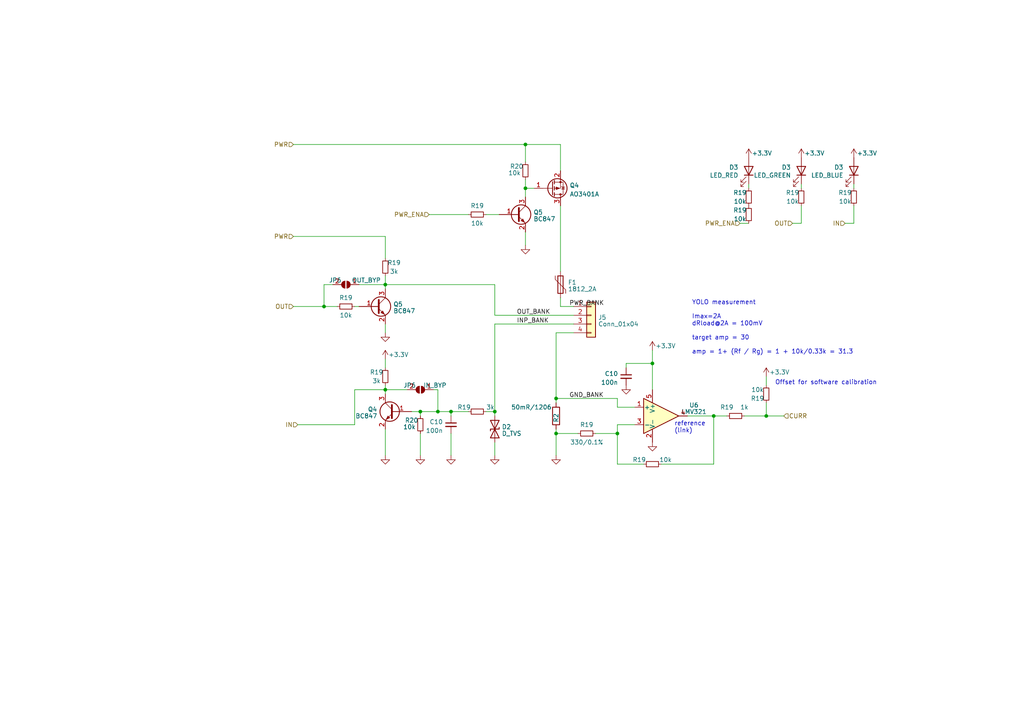
<source format=kicad_sch>
(kicad_sch (version 20230121) (generator eeschema)
  (paper "A4")
  (lib_symbols
    (symbol "Amplifier_Operational:LMV321" (pin_names (offset 0.127))
      (property "Reference" "U" (at 0 5.08 0))
      (property "Value" "LMV321" (at 0 -5.08 0))
      (symbol "LMV321_0_1"
        (polyline (pts (xy -5.08 5.08) (xy 5.08 0) (xy -5.08 -5.08) (xy -5.08 5.08)) (stroke (width 0.254)) (fill (type background)))
        (pin power_in line (at -2.54 -7.62 90) (length 3.81) (name "V-") (number "2"))
        (pin power_in line (at -2.54 7.62 270) (length 3.81) (name "V+") (number "5"))
      )
      (symbol "LMV321_1_1"
        (pin input line (at -7.62 2.54 0) (length 2.54) (name "+") (number "1"))
        (pin input line (at -7.62 -2.54 0) (length 2.54) (name "-") (number "3"))
        (pin output line (at 7.62 0 180) (length 2.54) (name "~") (number "4"))
      )
    )
    (symbol "Connector_Generic:Conn_01x04" (pin_names (offset 1.016) hide)
      (property "Reference" "J" (at 0 5.08 0))
      (property "Value" "Conn_01x04" (at 0 -7.62 0))
      (symbol "Conn_01x04_1_1"
        (rectangle (start -1.27 -4.953) (end 0 -5.207) (stroke (width 0.1524)))
        (rectangle (start -1.27 -2.413) (end 0 -2.667) (stroke (width 0.1524)))
        (rectangle (start -1.27 0.127) (end 0 -0.127) (stroke (width 0.1524)))
        (rectangle (start -1.27 2.667) (end 0 2.413) (stroke (width 0.1524)))
        (rectangle (start -1.27 3.81) (end 1.27 -6.35) (stroke (width 0.254)) (fill (type background)))
        (pin passive line (at -5.08 2.54 0) (length 3.81) (name "Pin_1") (number "1"))
        (pin passive line (at -5.08 0 0) (length 3.81) (name "Pin_2") (number "2"))
        (pin passive line (at -5.08 -2.54 0) (length 3.81) (name "Pin_3") (number "3"))
        (pin passive line (at -5.08 -5.08 0) (length 3.81) (name "Pin_4") (number "4"))
      )
    )
    (symbol "Device:C_Small" (pin_numbers hide) (pin_names (offset 0.254) hide)
      (property "Reference" "C" (at 0.254 1.778 0))
      (property "Value" "C_Small" (at 0.254 -2.032 0))
      (symbol "C_Small_0_1"
        (polyline (pts (xy -1.524 -0.508) (xy 1.524 -0.508)) (stroke (width 0.3302)))
        (polyline (pts (xy -1.524 0.508) (xy 1.524 0.508)) (stroke (width 0.3048)))
      )
      (symbol "C_Small_1_1"
        (pin passive line (at 0 2.54 270) (length 2.032) (name "~") (number "1"))
        (pin passive line (at 0 -2.54 90) (length 2.032) (name "~") (number "2"))
      )
    )
    (symbol "Device:D_TVS" (pin_numbers hide) (pin_names (offset 1.016) hide)
      (property "Reference" "D" (at 0 2.54 0))
      (property "Value" "D_TVS" (at 0 -2.54 0))
      (symbol "D_TVS_0_1"
        (polyline (pts (xy 1.27 0) (xy -1.27 0)))
        (polyline (pts (xy 0.508 1.27) (xy 0 1.27) (xy 0 -1.27) (xy -0.508 -1.27)) (stroke (width 0.254)))
        (polyline (pts (xy -2.54 1.27) (xy -2.54 -1.27) (xy 2.54 1.27) (xy 2.54 -1.27) (xy -2.54 1.27)) (stroke (width 0.254)))
      )
      (symbol "D_TVS_1_1"
        (pin passive line (at -3.81 0 0) (length 2.54) (name "A1") (number "1"))
        (pin passive line (at 3.81 0 180) (length 2.54) (name "A2") (number "2"))
      )
    )
    (symbol "Device:LED" (pin_numbers hide) (pin_names (offset 1.016) hide)
      (property "Reference" "D" (at 0 2.54 0))
      (property "Value" "LED" (at 0 -2.54 0))
      (symbol "LED_0_1"
        (polyline (pts (xy -1.27 -1.27) (xy -1.27 1.27)) (stroke (width 0.254)))
        (polyline (pts (xy -1.27 0) (xy 1.27 0)))
        (polyline (pts (xy 1.27 -1.27) (xy 1.27 1.27) (xy -1.27 0) (xy 1.27 -1.27)) (stroke (width 0.254)))
        (polyline (pts (xy -3.048 -0.762) (xy -4.572 -2.286) (xy -3.81 -2.286) (xy -4.572 -2.286) (xy -4.572 -1.524)))
        (polyline (pts (xy -1.778 -0.762) (xy -3.302 -2.286) (xy -2.54 -2.286) (xy -3.302 -2.286) (xy -3.302 -1.524)))
      )
      (symbol "LED_1_1"
        (pin passive line (at -3.81 0 0) (length 2.54) (name "K") (number "1"))
        (pin passive line (at 3.81 0 180) (length 2.54) (name "A") (number "2"))
      )
    )
    (symbol "Device:Polyfuse" (pin_numbers hide) (pin_names (offset 0))
      (property "Reference" "F" (at -2.54 0 90))
      (property "Value" "Polyfuse" (at 2.54 0 90))
      (symbol "Polyfuse_0_1"
        (rectangle (start -0.762 2.54) (end 0.762 -2.54) (stroke (width 0.254)))
        (polyline (pts (xy 0 2.54) (xy 0 -2.54)))
        (polyline (pts (xy -1.524 2.54) (xy -1.524 1.524) (xy 1.524 -1.524) (xy 1.524 -2.54)))
      )
      (symbol "Polyfuse_1_1"
        (pin passive line (at 0 3.81 270) (length 1.27) (name "~") (number "1"))
        (pin passive line (at 0 -3.81 90) (length 1.27) (name "~") (number "2"))
      )
    )
    (symbol "Device:R" (pin_numbers hide) (pin_names (offset 0))
      (property "Reference" "R" (at 2.032 0 90))
      (property "Value" "R" (at 0 0 90))
      (symbol "R_0_1"
        (rectangle (start -1.016 -2.54) (end 1.016 2.54) (stroke (width 0.254)))
      )
      (symbol "R_1_1"
        (pin passive line (at 0 3.81 270) (length 1.27) (name "~") (number "1"))
        (pin passive line (at 0 -3.81 90) (length 1.27) (name "~") (number "2"))
      )
    )
    (symbol "Device:R_Small" (pin_numbers hide) (pin_names (offset 0.254) hide)
      (property "Reference" "R" (at 0.762 0.508 0))
      (property "Value" "R_Small" (at 0.762 -1.016 0))
      (symbol "R_Small_0_1"
        (rectangle (start -0.762 1.778) (end 0.762 -1.778) (stroke (width 0.2032)))
      )
      (symbol "R_Small_1_1"
        (pin passive line (at 0 2.54 270) (length 0.762) (name "~") (number "1"))
        (pin passive line (at 0 -2.54 90) (length 0.762) (name "~") (number "2"))
      )
    )
    (symbol "Jumper:SolderJumper_2_Open" (pin_names (offset 0) hide)
      (property "Reference" "JP" (at 0 2.032 0))
      (property "Value" "SolderJumper_2_Open" (at 0 -2.54 0))
      (symbol "SolderJumper_2_Open_0_1"
        (arc (start -0.254 1.016) (mid -1.2656 0) (end -0.254 -1.016))
        (arc (start -0.254 1.016) (mid -1.2656 0) (end -0.254 -1.016) (fill (type outline)))
        (polyline (pts (xy -0.254 1.016) (xy -0.254 -1.016)))
        (polyline (pts (xy 0.254 1.016) (xy 0.254 -1.016)))
        (arc (start 0.254 -1.016) (mid 1.2656 0) (end 0.254 1.016))
        (arc (start 0.254 -1.016) (mid 1.2656 0) (end 0.254 1.016) (fill (type outline)))
      )
      (symbol "SolderJumper_2_Open_1_1"
        (pin passive line (at -3.81 0 0) (length 2.54) (name "A") (number "1"))
        (pin passive line (at 3.81 0 180) (length 2.54) (name "B") (number "2"))
      )
    )
    (symbol "Transistor_BJT:BC847" (pin_names (offset 0) hide)
      (property "Reference" "Q" (at 5.08 1.905 0))
      (property "Value" "BC847" (at 5.08 0 0))
      (symbol "BC847_0_1"
        (polyline (pts (xy 0.635 0.635) (xy 2.54 2.54)))
        (polyline (pts (xy 0.635 -0.635) (xy 2.54 -2.54) (xy 2.54 -2.54)))
        (polyline (pts (xy 0.635 1.905) (xy 0.635 -1.905) (xy 0.635 -1.905)) (stroke (width 0.508)))
        (polyline (pts (xy 1.27 -1.778) (xy 1.778 -1.27) (xy 2.286 -2.286) (xy 1.27 -1.778) (xy 1.27 -1.778)) (fill (type outline)))
        (circle (center 1.27 0) (radius 2.8194) (stroke (width 0.254)))
      )
      (symbol "BC847_1_1"
        (pin input line (at -5.08 0 0) (length 5.715) (name "B") (number "1"))
        (pin passive line (at 2.54 -5.08 90) (length 2.54) (name "E") (number "2"))
        (pin passive line (at 2.54 5.08 270) (length 2.54) (name "C") (number "3"))
      )
    )
    (symbol "Transistor_FET:AO3401A" (pin_names hide)
      (property "Reference" "Q" (at 5.08 1.905 0))
      (property "Value" "AO3401A" (at 5.08 0 0))
      (symbol "AO3401A_0_1"
        (polyline (pts (xy 0.254 0) (xy -2.54 0)))
        (polyline (pts (xy 0.254 1.905) (xy 0.254 -1.905)) (stroke (width 0.254)))
        (polyline (pts (xy 0.762 -1.27) (xy 0.762 -2.286)) (stroke (width 0.254)))
        (polyline (pts (xy 0.762 0.508) (xy 0.762 -0.508)) (stroke (width 0.254)))
        (polyline (pts (xy 0.762 2.286) (xy 0.762 1.27)) (stroke (width 0.254)))
        (polyline (pts (xy 2.54 2.54) (xy 2.54 1.778)))
        (polyline (pts (xy 2.54 -2.54) (xy 2.54 0) (xy 0.762 0)))
        (polyline (pts (xy 0.762 1.778) (xy 3.302 1.778) (xy 3.302 -1.778) (xy 0.762 -1.778)))
        (polyline (pts (xy 2.286 0) (xy 1.27 0.381) (xy 1.27 -0.381) (xy 2.286 0)) (fill (type outline)))
        (polyline (pts (xy 2.794 -0.508) (xy 2.921 -0.381) (xy 3.683 -0.381) (xy 3.81 -0.254)))
        (polyline (pts (xy 3.302 -0.381) (xy 2.921 0.254) (xy 3.683 0.254) (xy 3.302 -0.381)))
        (circle (center 1.651 0) (radius 2.794) (stroke (width 0.254)))
        (circle (center 2.54 -1.778) (radius 0.254) (fill (type outline)))
        (circle (center 2.54 1.778) (radius 0.254) (fill (type outline)))
      )
      (symbol "AO3401A_1_1"
        (pin input line (at -5.08 0 0) (length 2.54) (name "G") (number "1"))
        (pin passive line (at 2.54 -5.08 90) (length 2.54) (name "S") (number "2"))
        (pin passive line (at 2.54 5.08 270) (length 2.54) (name "D") (number "3"))
      )
    )
    (symbol "power:+3.3V" (power) (pin_names (offset 0))
      (property "Value" "+3.3V" (at 0 3.556 0))
      (symbol "+3.3V_0_1"
        (polyline (pts (xy -0.762 1.27) (xy 0 2.54)))
        (polyline (pts (xy 0 0) (xy 0 2.54)))
        (polyline (pts (xy 0 2.54) (xy 0.762 1.27)))
      )
      (symbol "+3.3V_1_1"
        (pin power_in line (at 0 0 90) (length 0) hide (name "+3.3V") (number "1"))
      )
    )
    (symbol "power:GND" (power) (pin_names (offset 0))
      (property "Value" "GND" (at 0 -3.81 0))
      (symbol "GND_0_1"
        (polyline (pts (xy 0 0) (xy 0 -1.27) (xy 1.27 -1.27) (xy 0 -2.54) (xy -1.27 -1.27) (xy 0 -1.27)))
      )
      (symbol "GND_1_1"
        (pin power_in line (at 0 0 270) (length 0) hide (name "GND") (number "1"))
      )
    )
  )
  (junction (at 222.25 120.65))
  (junction (at 130.81 119.38))
  (junction (at 111.76 113.03))
  (junction (at 121.92 119.38))
  (junction (at 152.4 54.61))
  (junction (at 189.23 105.41))
  (junction (at 179.07 125.73))
  (junction (at 207.01 120.65))
  (junction (at 93.98 88.9))
  (junction (at 127 119.38))
  (junction (at 143.51 119.38))
  (junction (at 161.29 125.73))
  (junction (at 152.4 41.91))
  (junction (at 161.29 115.57))
  (junction (at 111.76 82.55))
  (wire (pts (xy 111.76 93.98) (xy 111.76 96.52)))
  (wire (pts (xy 179.07 125.73) (xy 179.07 123.19)))
  (wire (pts (xy 172.72 125.73) (xy 179.07 125.73)))
  (wire (pts (xy 179.07 123.19) (xy 184.15 123.19)))
  (wire (pts (xy 247.65 59.69) (xy 247.65 64.77)))
  (wire (pts (xy 85.09 41.91) (xy 152.4 41.91)))
  (wire (pts (xy 161.29 125.73) (xy 161.29 124.46)))
  (wire (pts (xy 130.81 125.73) (xy 130.81 132.08)))
  (wire (pts (xy 86.36 123.19) (xy 102.87 123.19)))
  (wire (pts (xy 161.29 125.73) (xy 167.64 125.73)))
  (wire (pts (xy 111.76 80.01) (xy 111.76 82.55)))
  (wire (pts (xy 143.51 93.98) (xy 166.37 93.98)))
  (wire (pts (xy 130.81 120.65) (xy 130.81 119.38)))
  (wire (pts (xy 121.92 119.38) (xy 121.92 120.65)))
  (wire (pts (xy 217.17 53.34) (xy 217.17 54.61)))
  (wire (pts (xy 111.76 82.55) (xy 143.51 82.55)))
  (wire (pts (xy 111.76 124.46) (xy 111.76 132.08)))
  (wire (pts (xy 181.61 106.68) (xy 181.61 105.41)))
  (wire (pts (xy 140.97 119.38) (xy 143.51 119.38)))
  (wire (pts (xy 222.25 109.22) (xy 222.25 111.76)))
  (wire (pts (xy 93.98 88.9) (xy 97.79 88.9)))
  (wire (pts (xy 162.56 86.36) (xy 162.56 88.9)))
  (wire (pts (xy 143.51 128.27) (xy 143.51 132.08)))
  (wire (pts (xy 96.52 82.55) (xy 93.98 82.55)))
  (wire (pts (xy 222.25 116.84) (xy 222.25 120.65)))
  (wire (pts (xy 245.11 64.77) (xy 247.65 64.77)))
  (wire (pts (xy 130.81 119.38) (xy 135.89 119.38)))
  (wire (pts (xy 121.92 125.73) (xy 121.92 132.08)))
  (wire (pts (xy 232.41 59.69) (xy 232.41 64.77)))
  (wire (pts (xy 111.76 68.58) (xy 111.76 74.93)))
  (wire (pts (xy 124.46 62.23) (xy 135.89 62.23)))
  (wire (pts (xy 189.23 105.41) (xy 189.23 113.03)))
  (wire (pts (xy 111.76 113.03) (xy 111.76 114.3)))
  (wire (pts (xy 229.87 64.77) (xy 232.41 64.77)))
  (wire (pts (xy 222.25 120.65) (xy 227.33 120.65)))
  (wire (pts (xy 111.76 104.14) (xy 111.76 106.68)))
  (wire (pts (xy 152.4 54.61) (xy 154.94 54.61)))
  (wire (pts (xy 179.07 134.62) (xy 179.07 125.73)))
  (wire (pts (xy 191.77 134.62) (xy 207.01 134.62)))
  (wire (pts (xy 102.87 88.9) (xy 104.14 88.9)))
  (wire (pts (xy 161.29 125.73) (xy 161.29 132.08)))
  (wire (pts (xy 152.4 41.91) (xy 162.56 41.91)))
  (wire (pts (xy 85.09 88.9) (xy 93.98 88.9)))
  (wire (pts (xy 161.29 116.84) (xy 161.29 115.57)))
  (wire (pts (xy 162.56 41.91) (xy 162.56 49.53)))
  (wire (pts (xy 125.73 113.03) (xy 127 113.03)))
  (wire (pts (xy 181.61 105.41) (xy 189.23 105.41)))
  (wire (pts (xy 127 113.03) (xy 127 119.38)))
  (wire (pts (xy 152.4 67.31) (xy 152.4 71.12)))
  (wire (pts (xy 111.76 113.03) (xy 118.11 113.03)))
  (wire (pts (xy 152.4 54.61) (xy 152.4 52.07)))
  (wire (pts (xy 215.9 120.65) (xy 222.25 120.65)))
  (wire (pts (xy 102.87 113.03) (xy 102.87 123.19)))
  (wire (pts (xy 247.65 53.34) (xy 247.65 54.61)))
  (wire (pts (xy 179.07 118.11) (xy 179.07 115.57)))
  (wire (pts (xy 162.56 88.9) (xy 166.37 88.9)))
  (wire (pts (xy 111.76 82.55) (xy 111.76 83.82)))
  (wire (pts (xy 179.07 115.57) (xy 161.29 115.57)))
  (wire (pts (xy 143.51 93.98) (xy 143.51 119.38)))
  (wire (pts (xy 214.63 64.77) (xy 217.17 64.77)))
  (wire (pts (xy 184.15 118.11) (xy 179.07 118.11)))
  (wire (pts (xy 111.76 113.03) (xy 102.87 113.03)))
  (wire (pts (xy 104.14 82.55) (xy 111.76 82.55)))
  (wire (pts (xy 119.38 119.38) (xy 121.92 119.38)))
  (wire (pts (xy 162.56 59.69) (xy 162.56 78.74)))
  (wire (pts (xy 207.01 134.62) (xy 207.01 120.65)))
  (wire (pts (xy 161.29 96.52) (xy 166.37 96.52)))
  (wire (pts (xy 121.92 119.38) (xy 127 119.38)))
  (wire (pts (xy 199.39 120.65) (xy 207.01 120.65)))
  (wire (pts (xy 140.97 62.23) (xy 144.78 62.23)))
  (wire (pts (xy 85.09 68.58) (xy 111.76 68.58)))
  (wire (pts (xy 232.41 53.34) (xy 232.41 54.61)))
  (wire (pts (xy 161.29 115.57) (xy 161.29 96.52)))
  (wire (pts (xy 111.76 111.76) (xy 111.76 113.03)))
  (wire (pts (xy 93.98 82.55) (xy 93.98 88.9)))
  (wire (pts (xy 143.51 119.38) (xy 143.51 120.65)))
  (wire (pts (xy 143.51 91.44) (xy 166.37 91.44)))
  (wire (pts (xy 186.69 134.62) (xy 179.07 134.62)))
  (wire (pts (xy 152.4 54.61) (xy 152.4 57.15)))
  (wire (pts (xy 207.01 120.65) (xy 210.82 120.65)))
  (wire (pts (xy 127 119.38) (xy 130.81 119.38)))
  (wire (pts (xy 143.51 91.44) (xy 143.51 82.55)))
  (wire (pts (xy 189.23 101.6) (xy 189.23 105.41)))
  (wire (pts (xy 152.4 41.91) (xy 152.4 46.99)))
  (text "Offset for software calibration" (at 224.79 111.76 0) (effects (font (size 1.27 1.27)) (justify left bottom)))
  (text "reference \n(link)" (at 195.58 125.73 0) (effects (font (size 1.27 1.27)) (justify left bottom)))
  (text "YOLO measurement\n\nImax=2A\ndRload@2A = 100mV\n\ntarget amp = 30\n\namp = 1+ (Rf / Rg) = 1 + 10k/0.33k = 31.3\n" (at 200.66 102.87 0) (effects (font (size 1.27 1.27)) (justify left bottom)))
  (label "PWR_BANK" (at 165.1 88.9 0))
  (label "INP_BANK" (at 149.86 93.98 0))
  (label "GND_BANK" (at 165.1 115.57 0))
  (label "OUT_BANK" (at 149.86 91.44 0))
  (hierarchical_label "IN" (shape input) (at 86.36 123.19 180))
  (hierarchical_label "PWR_ENA" (shape input) (at 214.63 64.77 180))
  (hierarchical_label "PWR" (shape input) (at 85.09 68.58 180))
  (hierarchical_label "CURR" (shape input) (at 227.33 120.65 0))
  (hierarchical_label "IN" (shape input) (at 245.11 64.77 180))
  (hierarchical_label "PWR_ENA" (shape input) (at 124.46 62.23 180))
  (hierarchical_label "OUT" (shape input) (at 85.09 88.9 180))
  (hierarchical_label "OUT" (shape input) (at 229.87 64.77 180))
  (hierarchical_label "PWR" (shape input) (at 85.09 41.91 180))
  (symbol (lib_id "Transistor_BJT:BC847") (at 149.86 62.23 0) (unit 1)
    (property "Reference" "Q5" (at 154.7113 61.5863 0) (effects (justify left)))
    (property "Value" "BC847" (at 154.7113 63.5073 0) (effects (justify left)))
    (property "Footprint" "Package_TO_SOT_SMD:SOT-23" (effects hide))
    (property "Datasheet" "http://www.infineon.com/dgdl/Infineon-BC847SERIES_BC848SERIES_BC849SERIES_BC850SERIES-DS-v01_01-en.pdf?fileId=db3a304314dca389011541d4630a1657" (effects hide))
    (instances (project "outduino" (path "" (reference "Q5") (unit 1)) (path "" (reference "Q15") (unit 1)) (path "" (reference "Q16") (unit 1)) (path "" (reference "Q17") (unit 1)) (path "" (reference "Q18") (unit 1))))
  )
  (symbol (lib_id "Jumper:SolderJumper_2_Open") (at 121.92 113.03 0) (mirror y) (unit 1)
    (property "Reference" "JP6" (at 120.65 111.76 0) (effects (justify left)))
    (property "Value" "IN_BYP" (at 129.54 111.76 0) (effects (justify left)))
    (property "Footprint" "Jumper:SolderJumper-2_P1.3mm_Open_TrianglePad1.0x1.5mm" (effects hide))
    (property "LCSC" "DNP" (effects hide))
    (instances (project "MOSNode" (path "" (reference "JP6") (unit 1))) (project "outduino" (path "" (reference "JP11") (unit 1)) (path "" (reference "JP12") (unit 1)) (path "" (reference "JP13") (unit 1)) (path "" (reference "JP14") (unit 1))))
  )
  (symbol (lib_id "Device:R_Small") (at 111.76 109.22 0) (mirror x) (unit 1)
    (property "Reference" "R19" (at 109.22 107.95 0))
    (property "Value" "3k" (at 109.22 110.49 0))
    (property "Footprint" "Resistor_SMD:R_0402_1005Metric" (effects hide))
    (instances (project "cringenode" (path "" (reference "R19") (unit 1))) (project "outduino" (path "" (reference "R15") (unit 1)) (path "" (reference "R16") (unit 1)) (path "" (reference "R35") (unit 1)) (path "" (reference "R47") (unit 1)) (path "" (reference "R59") (unit 1))))
  )
  (symbol (lib_id "power:GND") (at 111.76 132.08 0) (mirror y) (unit 1)
    (property "Reference" "#PWR050" (effects hide))
    (property "Value" "GND" (effects hide))
    (instances (project "cringenode" (path "" (reference "#PWR050") (unit 1))) (project "outduino" (path "" (reference "#PWR028") (unit 1)) (path "" (reference "#PWR032") (unit 1)) (path "" (reference "#PWR051") (unit 1)) (path "" (reference "#PWR070") (unit 1)) (path "" (reference "#PWR084") (unit 1))))
  )
  (symbol (lib_id "power:GND") (at 130.81 132.08 0) (mirror y) (unit 1)
    (property "Reference" "#PWR049" (effects hide))
    (property "Value" "GND" (effects hide))
    (instances (project "cringenode" (path "" (reference "#PWR049") (unit 1))) (project "outduino" (path "" (reference "#PWR030") (unit 1)) (path "" (reference "#PWR034") (unit 1)) (path "" (reference "#PWR054") (unit 1)) (path "" (reference "#PWR073") (unit 1)) (path "" (reference "#PWR086") (unit 1))))
  )
  (symbol (lib_id "Device:R_Small") (at 138.43 119.38 270) (mirror x) (unit 1)
    (property "Reference" "R19" (at 134.62 118.11 90))
    (property "Value" "3k" (at 142.24 118.11 90))
    (property "Footprint" "Resistor_SMD:R_0402_1005Metric" (effects hide))
    (instances (project "cringenode" (path "" (reference "R19") (unit 1))) (project "outduino" (path "" (reference "R17") (unit 1)) (path "" (reference "R18") (unit 1)) (path "" (reference "R38") (unit 1)) (path "" (reference "R50") (unit 1)) (path "" (reference "R62") (unit 1))))
  )
  (symbol (lib_id "Device:R_Small") (at 247.65 57.15 0) (mirror x) (unit 1)
    (property "Reference" "R19" (at 245.11 55.88 0))
    (property "Value" "10k" (at 245.11 58.42 0))
    (property "Footprint" "Resistor_SMD:R_0402_1005Metric" (effects hide))
    (instances (project "cringenode" (path "" (reference "R19") (unit 1))) (project "outduino" (path "" (reference "R18") (unit 1)) (path "" (reference "R23") (unit 1)) (path "" (reference "R27") (unit 1)) (path "" (reference "R42") (unit 1)) (path "" (reference "R54") (unit 1))))
  )
  (symbol (lib_id "Transistor_BJT:BC847") (at 109.22 88.9 0) (unit 1)
    (property "Reference" "Q5" (at 114.0713 88.2563 0) (effects (justify left)))
    (property "Value" "BC847" (at 114.0713 90.1773 0) (effects (justify left)))
    (property "Footprint" "Package_TO_SOT_SMD:SOT-23" (effects hide))
    (property "Datasheet" "http://www.infineon.com/dgdl/Infineon-BC847SERIES_BC848SERIES_BC849SERIES_BC850SERIES-DS-v01_01-en.pdf?fileId=db3a304314dca389011541d4630a1657" (effects hide))
    (instances (project "outduino" (path "" (reference "Q5") (unit 1)) (path "" (reference "Q4") (unit 1)) (path "" (reference "Q7") (unit 1)) (path "" (reference "Q10") (unit 1)) (path "" (reference "Q13") (unit 1))))
  )
  (symbol (lib_id "Device:R_Small") (at 217.17 57.15 0) (mirror x) (unit 1)
    (property "Reference" "R19" (at 214.63 55.88 0))
    (property "Value" "10k" (at 214.63 58.42 0))
    (property "Footprint" "Resistor_SMD:R_0402_1005Metric" (effects hide))
    (instances (project "cringenode" (path "" (reference "R19") (unit 1))) (project "outduino" (path "" (reference "R18") (unit 1)) (path "" (reference "R21") (unit 1)) (path "" (reference "R1") (unit 1)) (path "" (reference "R40") (unit 1)) (path "" (reference "R52") (unit 1))))
  )
  (symbol (lib_id "Device:R_Small") (at 138.43 62.23 270) (unit 1)
    (property "Reference" "R19" (at 138.43 59.69 90))
    (property "Value" "10k" (at 138.43 64.77 90))
    (property "Footprint" "Resistor_SMD:R_0402_1005Metric" (effects hide))
    (instances (project "cringenode" (path "" (reference "R19") (unit 1))) (project "outduino" (path "" (reference "R17") (unit 1)) (path "" (reference "R72") (unit 1)) (path "" (reference "R73") (unit 1)) (path "" (reference "R74") (unit 1)) (path "" (reference "R75") (unit 1))))
  )
  (symbol (lib_id "Transistor_FET:AO3401A") (at 160.02 54.61 0) (mirror x) (unit 1)
    (property "Reference" "Q4" (at 165.227 53.7753 0) (effects (justify left)))
    (property "Value" "AO3401A" (at 165.227 56.3122 0) (effects (justify left)))
    (property "Footprint" "Package_TO_SOT_SMD:SOT-23" (effects hide))
    (property "Datasheet" "http://www.aosmd.com/pdfs/datasheet/AO3401A.pdf" (effects hide))
    (instances (project "CyberBadge" (path "" (reference "Q4") (unit 1))) (project "outduino" (path "" (reference "Q3") (unit 1)) (path "" (reference "Q3") (unit 1)) (path "" (reference "Q6") (unit 1)) (path "" (reference "Q9") (unit 1)) (path "" (reference "Q12") (unit 1))))
  )
  (symbol (lib_id "Device:R_Small") (at 217.17 62.23 0) (mirror x) (unit 1)
    (property "Reference" "R19" (at 214.63 60.96 0))
    (property "Value" "10k" (at 214.63 63.5 0))
    (property "Footprint" "Resistor_SMD:R_0402_1005Metric" (effects hide))
    (instances (project "cringenode" (path "" (reference "R19") (unit 1))) (project "outduino" (path "" (reference "R18") (unit 1)) (path "" (reference "R24") (unit 1)) (path "" (reference "R28") (unit 1)) (path "" (reference "R43") (unit 1)) (path "" (reference "R55") (unit 1))))
  )
  (symbol (lib_id "Device:R_Small") (at 121.92 123.19 180) (unit 1)
    (property "Reference" "R20" (at 119.38 121.92 0))
    (property "Value" "10k" (at 118.745 123.825 0))
    (property "Footprint" "Resistor_SMD:R_0402_1005Metric" (effects hide))
    (property "LCSC" "C25117" (effects hide))
    (instances (project "cringenode" (path "" (reference "R20") (unit 1))) (project "outduino" (path "" (reference "R16") (unit 1)) (path "" (reference "R19") (unit 1)) (path "" (reference "R39") (unit 1)) (path "" (reference "R51") (unit 1)) (path "" (reference "R63") (unit 1))))
  )
  (symbol (lib_id "power:GND") (at 121.92 132.08 0) (mirror y) (unit 1)
    (property "Reference" "#PWR050" (effects hide))
    (property "Value" "GND" (effects hide))
    (instances (project "cringenode" (path "" (reference "#PWR050") (unit 1))) (project "outduino" (path "" (reference "#PWR029") (unit 1)) (path "" (reference "#PWR033") (unit 1)) (path "" (reference "#PWR053") (unit 1)) (path "" (reference "#PWR072") (unit 1)) (path "" (reference "#PWR085") (unit 1))))
  )
  (symbol (lib_id "Device:R_Small") (at 213.36 120.65 270) (mirror x) (unit 1)
    (property "Reference" "R19" (at 210.82 118.11 90))
    (property "Value" "1k" (at 215.9 118.11 90))
    (property "Footprint" "Resistor_SMD:R_0402_1005Metric" (effects hide))
    (instances (project "cringenode" (path "" (reference "R19") (unit 1))) (project "outduino" (path "" (reference "R18") (unit 1)) (path "" (reference "R64") (unit 1)) (path "" (reference "R65") (unit 1)) (path "" (reference "R66") (unit 1)) (path "" (reference "R67") (unit 1))))
  )
  (symbol (lib_id "Device:D_TVS") (at 143.51 124.46 270) (mirror x) (unit 1)
    (property "Reference" "D2" (at 145.542 123.8163 90) (effects (justify left)))
    (property "Value" "D_TVS" (at 145.542 125.7373 90) (effects (justify left)))
    (property "Footprint" "Diode_SMD:D_SMA" (effects hide))
    (instances (project "outduino" (path "" (reference "D2") (unit 1)) (path "" (reference "D3") (unit 1)) (path "" (reference "D11") (unit 1)) (path "" (reference "D16") (unit 1)) (path "" (reference "D21") (unit 1))))
  )
  (symbol (lib_id "power:+3.3V") (at 222.25 109.22 0) (unit 1)
    (property "Reference" "#PWR046" (effects hide))
    (property "Value" "+3.3V" (at 226.06 107.95 0))
    (instances (project "cringenode" (path "" (reference "#PWR046") (unit 1))) (project "outduino" (path "" (reference "#PWR033") (unit 1)) (path "" (reference "#PWR097") (unit 1)) (path "" (reference "#PWR098") (unit 1)) (path "" (reference "#PWR099") (unit 1)) (path "" (reference "#PWR0100") (unit 1))))
  )
  (symbol (lib_id "Device:LED") (at 232.41 49.53 270) (mirror x) (unit 1)
    (property "Reference" "D3" (at 229.4128 48.5394 90) (effects (justify right)))
    (property "Value" "LED_GREEN" (at 229.4128 50.8508 90) (effects (justify right)))
    (property "Footprint" "LED_SMD:LED_0603_1608Metric" (effects hide))
    (instances (project "outduino" (path "" (reference "D3") (unit 1)) (path "" (reference "D5") (unit 1)) (path "" (reference "D8") (unit 1)) (path "" (reference "D13") (unit 1)) (path "" (reference "D18") (unit 1))) (project "antController" (path "" (reference "D1") (unit 1))))
  )
  (symbol (lib_id "Device:R_Small") (at 111.76 77.47 180) (unit 1)
    (property "Reference" "R19" (at 114.3 76.2 0))
    (property "Value" "3k" (at 114.3 78.74 0))
    (property "Footprint" "Resistor_SMD:R_0402_1005Metric" (effects hide))
    (instances (project "cringenode" (path "" (reference "R19") (unit 1))) (project "outduino" (path "" (reference "R19") (unit 1)) (path "" (reference "R15") (unit 1)) (path "" (reference "R32") (unit 1)) (path "" (reference "R44") (unit 1)) (path "" (reference "R56") (unit 1))))
  )
  (symbol (lib_id "power:GND") (at 189.23 128.27 0) (mirror y) (unit 1)
    (property "Reference" "#PWR050" (effects hide))
    (property "Value" "GND" (effects hide))
    (instances (project "cringenode" (path "" (reference "#PWR050") (unit 1))) (project "outduino" (path "" (reference "#PWR026") (unit 1)) (path "" (reference "#PWR089") (unit 1)) (path "" (reference "#PWR090") (unit 1)) (path "" (reference "#PWR091") (unit 1)) (path "" (reference "#PWR092") (unit 1))))
  )
  (symbol (lib_id "Device:C_Small") (at 130.81 123.19 0) (mirror y) (unit 1)
    (property "Reference" "C10" (at 128.4859 122.3616 0) (effects (justify left)))
    (property "Value" "100n" (at 128.4859 124.8985 0) (effects (justify left)))
    (property "Footprint" "Capacitor_SMD:C_0402_1005Metric" (effects hide))
    (instances (project "cringenode" (path "" (reference "C10") (unit 1))) (project "outduino" (path "" (reference "C5") (unit 1)) (path "" (reference "C5") (unit 1)) (path "" (reference "C6") (unit 1)) (path "" (reference "C7") (unit 1)) (path "" (reference "C9") (unit 1))))
  )
  (symbol (lib_id "power:+3.3V") (at 247.65 45.72 0) (unit 1)
    (property "Reference" "#PWR046" (effects hide))
    (property "Value" "+3.3V" (at 251.46 44.45 0))
    (instances (project "cringenode" (path "" (reference "#PWR046") (unit 1))) (project "outduino" (path "" (reference "#PWR033") (unit 1)) (path "" (reference "#PWR045") (unit 1)) (path "" (reference "#PWR041") (unit 1)) (path "" (reference "#PWR065") (unit 1)) (path "" (reference "#PWR080") (unit 1))))
  )
  (symbol (lib_id "power:GND") (at 181.61 111.76 0) (mirror y) (unit 1)
    (property "Reference" "#PWR049" (effects hide))
    (property "Value" "GND" (effects hide))
    (instances (project "cringenode" (path "" (reference "#PWR049") (unit 1))) (project "outduino" (path "" (reference "#PWR031") (unit 1)) (path "" (reference "#PWR093") (unit 1)) (path "" (reference "#PWR094") (unit 1)) (path "" (reference "#PWR095") (unit 1)) (path "" (reference "#PWR096") (unit 1))))
  )
  (symbol (lib_id "Device:R") (at 161.29 120.65 0) (mirror y) (unit 1)
    (property "Reference" "R2" (at 161.29 122.555 90) (effects (justify left)))
    (property "Value" "50mR/1206" (at 160.02 118.11 0) (effects (justify left)))
    (property "Footprint" "Resistor_SMD:R_1206_3216Metric_Pad1.30x1.75mm_HandSolder" (effects hide))
    (property "LCSC" "C601102" (effects hide))
    (instances (project "MOSNode" (path "" (reference "R2") (unit 1))) (project "outduino" (path "" (reference "R6") (unit 1)) (path "" (reference "R17") (unit 1)) (path "" (reference "R20") (unit 1)) (path "" (reference "R34") (unit 1))))
  )
  (symbol (lib_id "Device:C_Small") (at 181.61 109.22 0) (mirror y) (unit 1)
    (property "Reference" "C10" (at 179.2859 108.3916 0) (effects (justify left)))
    (property "Value" "100n" (at 179.2859 110.9285 0) (effects (justify left)))
    (property "Footprint" "Capacitor_SMD:C_0402_1005Metric" (effects hide))
    (instances (project "cringenode" (path "" (reference "C10") (unit 1))) (project "outduino" (path "" (reference "C5") (unit 1)) (path "" (reference "C10") (unit 1)) (path "" (reference "C13") (unit 1)) (path "" (reference "C14") (unit 1)) (path "" (reference "C15") (unit 1))))
  )
  (symbol (lib_id "Device:R_Small") (at 189.23 134.62 270) (mirror x) (unit 1)
    (property "Reference" "R19" (at 185.42 133.35 90))
    (property "Value" "10k" (at 193.04 133.35 90))
    (property "Footprint" "Resistor_SMD:R_0402_1005Metric" (effects hide))
    (instances (project "cringenode" (path "" (reference "R19") (unit 1))) (project "outduino" (path "" (reference "R17") (unit 1)) (path "" (reference "R49") (unit 1)) (path "" (reference "R58") (unit 1)) (path "" (reference "R60") (unit 1)) (path "" (reference "R61") (unit 1))))
  )
  (symbol (lib_id "Device:R_Small") (at 232.41 57.15 0) (mirror x) (unit 1)
    (property "Reference" "R19" (at 229.87 55.88 0))
    (property "Value" "10k" (at 229.87 58.42 0))
    (property "Footprint" "Resistor_SMD:R_0402_1005Metric" (effects hide))
    (instances (project "cringenode" (path "" (reference "R19") (unit 1))) (project "outduino" (path "" (reference "R18") (unit 1)) (path "" (reference "R22") (unit 1)) (path "" (reference "R26") (unit 1)) (path "" (reference "R41") (unit 1)) (path "" (reference "R53") (unit 1))))
  )
  (symbol (lib_id "Device:R_Small") (at 170.18 125.73 270) (mirror x) (unit 1)
    (property "Reference" "R19" (at 170.18 123.19 90))
    (property "Value" "330/0.1%" (at 170.18 128.27 90))
    (property "Footprint" "Resistor_SMD:R_0402_1005Metric" (effects hide))
    (instances (project "cringenode" (path "" (reference "R19") (unit 1))) (project "outduino" (path "" (reference "R17") (unit 1)) (path "" (reference "R36") (unit 1)) (path "" (reference "R37") (unit 1)) (path "" (reference "R46") (unit 1)) (path "" (reference "R48") (unit 1))))
  )
  (symbol (lib_id "Device:R_Small") (at 222.25 114.3 0) (mirror y) (unit 1)
    (property "Reference" "R19" (at 219.71 115.57 0))
    (property "Value" "10k" (at 219.71 113.03 0))
    (property "Footprint" "Resistor_SMD:R_0402_1005Metric" (effects hide))
    (instances (project "cringenode" (path "" (reference "R19") (unit 1))) (project "outduino" (path "" (reference "R18") (unit 1)) (path "" (reference "R68") (unit 1)) (path "" (reference "R69") (unit 1)) (path "" (reference "R70") (unit 1)) (path "" (reference "R71") (unit 1))))
  )
  (symbol (lib_id "Jumper:SolderJumper_2_Open") (at 100.33 82.55 0) (mirror y) (unit 1)
    (property "Reference" "JP6" (at 99.06 81.28 0) (effects (justify left)))
    (property "Value" "OUT_BYP" (at 110.49 81.28 0) (effects (justify left)))
    (property "Footprint" "Jumper:SolderJumper-2_P1.3mm_Open_TrianglePad1.0x1.5mm" (effects hide))
    (property "LCSC" "DNP" (effects hide))
    (instances (project "MOSNode" (path "" (reference "JP6") (unit 1))) (project "outduino" (path "" (reference "JP7") (unit 1)) (path "" (reference "JP8") (unit 1)) (path "" (reference "JP9") (unit 1)) (path "" (reference "JP10") (unit 1))))
  )
  (symbol (lib_id "Device:R_Small") (at 100.33 88.9 270) (unit 1)
    (property "Reference" "R19" (at 100.33 86.36 90))
    (property "Value" "10k" (at 100.33 91.44 90))
    (property "Footprint" "Resistor_SMD:R_0402_1005Metric" (effects hide))
    (instances (project "cringenode" (path "" (reference "R19") (unit 1))) (project "outduino" (path "" (reference "R17") (unit 1)) (path "" (reference "R9") (unit 1)) (path "" (reference "R10") (unit 1)) (path "" (reference "R11") (unit 1)) (path "" (reference "R12") (unit 1))))
  )
  (symbol (lib_id "power:+3.3V") (at 217.17 45.72 0) (unit 1)
    (property "Reference" "#PWR046" (effects hide))
    (property "Value" "+3.3V" (at 220.98 44.45 0))
    (instances (project "cringenode" (path "" (reference "#PWR046") (unit 1))) (project "outduino" (path "" (reference "#PWR033") (unit 1)) (path "" (reference "#PWR043") (unit 1)) (path "" (reference "#PWR039") (unit 1)) (path "" (reference "#PWR063") (unit 1)) (path "" (reference "#PWR078") (unit 1))))
  )
  (symbol (lib_id "Device:Polyfuse") (at 162.56 82.55 0) (unit 1)
    (property "Reference" "F1" (at 164.719 81.9063 0) (effects (justify left)))
    (property "Value" "1812_2A" (at 164.719 83.8273 0) (effects (justify left)))
    (property "Footprint" "Fuse:Fuse_1812_4532Metric" (effects hide))
    (instances (project "outduino" (path "" (reference "F1") (unit 1)) (path "" (reference "F2") (unit 1)) (path "" (reference "F3") (unit 1)) (path "" (reference "F4") (unit 1))))
  )
  (symbol (lib_id "power:+3.3V") (at 232.41 45.72 0) (unit 1)
    (property "Reference" "#PWR046" (effects hide))
    (property "Value" "+3.3V" (at 236.22 44.45 0))
    (instances (project "cringenode" (path "" (reference "#PWR046") (unit 1))) (project "outduino" (path "" (reference "#PWR033") (unit 1)) (path "" (reference "#PWR044") (unit 1)) (path "" (reference "#PWR040") (unit 1)) (path "" (reference "#PWR064") (unit 1)) (path "" (reference "#PWR079") (unit 1))))
  )
  (symbol (lib_id "Transistor_BJT:BC847") (at 114.3 119.38 0) (mirror y) (unit 1)
    (property "Reference" "Q4" (at 109.4487 118.7363 0) (effects (justify left)))
    (property "Value" "BC847" (at 109.4487 120.6573 0) (effects (justify left)))
    (property "Footprint" "Package_TO_SOT_SMD:SOT-23" (effects hide))
    (property "Datasheet" "http://www.infineon.com/dgdl/Infineon-BC847SERIES_BC848SERIES_BC849SERIES_BC850SERIES-DS-v01_01-en.pdf?fileId=db3a304314dca389011541d4630a1657" (effects hide))
    (instances (project "outduino" (path "" (reference "Q4") (unit 1)) (path "" (reference "Q5") (unit 1)) (path "" (reference "Q8") (unit 1)) (path "" (reference "Q11") (unit 1)) (path "" (reference "Q14") (unit 1))))
  )
  (symbol (lib_id "power:GND") (at 143.51 132.08 0) (mirror y) (unit 1)
    (property "Reference" "#PWR049" (effects hide))
    (property "Value" "GND" (effects hide))
    (instances (project "cringenode" (path "" (reference "#PWR049") (unit 1))) (project "outduino" (path "" (reference "#PWR031") (unit 1)) (path "" (reference "#PWR035") (unit 1)) (path "" (reference "#PWR055") (unit 1)) (path "" (reference "#PWR074") (unit 1)) (path "" (reference "#PWR087") (unit 1))))
  )
  (symbol (lib_id "power:GND") (at 152.4 71.12 0) (mirror y) (unit 1)
    (property "Reference" "#PWR049" (effects hide))
    (property "Value" "GND" (effects hide))
    (instances (project "cringenode" (path "" (reference "#PWR049") (unit 1))) (project "outduino" (path "" (reference "#PWR031") (unit 1)) (path "" (reference "#PWR016") (unit 1)) (path "" (reference "#PWR0107") (unit 1)) (path "" (reference "#PWR0108") (unit 1)) (path "" (reference "#PWR0109") (unit 1))))
  )
  (symbol (lib_id "power:+3.3V") (at 189.23 101.6 0) (unit 1)
    (property "Reference" "#PWR046" (effects hide))
    (property "Value" "+3.3V" (at 193.04 100.33 0))
    (instances (project "cringenode" (path "" (reference "#PWR046") (unit 1))) (project "outduino" (path "" (reference "#PWR033") (unit 1)) (path "" (reference "#PWR029") (unit 1)) (path "" (reference "#PWR047") (unit 1)) (path "" (reference "#PWR067") (unit 1)) (path "" (reference "#PWR082") (unit 1))))
  )
  (symbol (lib_id "power:GND") (at 161.29 132.08 0) (mirror y) (unit 1)
    (property "Reference" "#PWR050" (effects hide))
    (property "Value" "GND" (effects hide))
    (instances (project "cringenode" (path "" (reference "#PWR050") (unit 1))) (project "outduino" (path "" (reference "#PWR026") (unit 1)) (path "" (reference "#PWR031") (unit 1)) (path "" (reference "#PWR058") (unit 1)) (path "" (reference "#PWR075") (unit 1)) (path "" (reference "#PWR088") (unit 1))))
  )
  (symbol (lib_id "Amplifier_Operational:LMV321") (at 191.77 120.65 0) (unit 1)
    (property "Reference" "U6" (at 201.2818 117.5131 0))
    (property "Value" "LMV321" (at 201.2818 119.4341 0))
    (property "Footprint" "Package_TO_SOT_SMD:SOT-23-5" (effects hide))
    (property "Datasheet" "http://www.ti.com/lit/ds/symlink/lmv324.pdf" (effects hide))
    (instances (project "outduino" (path "" (reference "U6") (unit 1)) (path "" (reference "U4") (unit 1)) (path "" (reference "U5") (unit 1)) (path "" (reference "U7") (unit 1))))
  )
  (symbol (lib_id "Device:LED") (at 247.65 49.53 270) (mirror x) (unit 1)
    (property "Reference" "D3" (at 244.6528 48.5394 90) (effects (justify right)))
    (property "Value" "LED_BLUE" (at 244.6528 50.8508 90) (effects (justify right)))
    (property "Footprint" "LED_SMD:LED_0603_1608Metric" (effects hide))
    (instances (project "outduino" (path "" (reference "D3") (unit 1)) (path "" (reference "D6") (unit 1)) (path "" (reference "D9") (unit 1)) (path "" (reference "D14") (unit 1)) (path "" (reference "D19") (unit 1))) (project "antController" (path "" (reference "D1") (unit 1))))
  )
  (symbol (lib_id "power:GND") (at 111.76 96.52 0) (unit 1)
    (property "Reference" "#PWR050" (effects hide))
    (property "Value" "GND" (effects hide))
    (instances (project "cringenode" (path "" (reference "#PWR050") (unit 1))) (project "outduino" (path "" (reference "#PWR035") (unit 1)) (path "" (reference "#PWR028") (unit 1)) (path "" (reference "#PWR042") (unit 1)) (path "" (reference "#PWR066") (unit 1)) (path "" (reference "#PWR081") (unit 1))))
  )
  (symbol (lib_id "Connector_Generic:Conn_01x04") (at 171.45 91.44 0) (unit 1)
    (property "Reference" "J5" (at 173.482 92.0663 0) (effects (justify left)))
    (property "Value" "Conn_01x04" (at 173.482 93.9873 0) (effects (justify left)))
    (property "Footprint" "TerminalBlock:TerminalBlock_bornier-4_P5.08mm" (effects hide))
    (instances (project "outduino" (path "" (reference "J5") (unit 1)) (path "" (reference "J5") (unit 1)) (path "" (reference "J7") (unit 1)) (path "" (reference "J8") (unit 1)) (path "" (reference "J9") (unit 1))))
  )
  (symbol (lib_id "power:+3.3V") (at 111.76 104.14 0) (unit 1)
    (property "Reference" "#PWR046" (effects hide))
    (property "Value" "+3.3V" (at 115.57 102.87 0))
    (instances (project "cringenode" (path "" (reference "#PWR046") (unit 1))) (project "outduino" (path "" (reference "#PWR032") (unit 1)) (path "" (reference "#PWR030") (unit 1)) (path "" (reference "#PWR050") (unit 1)) (path "" (reference "#PWR068") (unit 1)) (path "" (reference "#PWR083") (unit 1))))
  )
  (symbol (lib_id "Device:R_Small") (at 152.4 49.53 180) (unit 1)
    (property "Reference" "R20" (at 149.86 48.26 0))
    (property "Value" "10k" (at 149.225 50.165 0))
    (property "Footprint" "Resistor_SMD:R_0402_1005Metric" (effects hide))
    (property "LCSC" "C25117" (effects hide))
    (instances (project "cringenode" (path "" (reference "R20") (unit 1))) (project "outduino" (path "" (reference "R14") (unit 1)) (path "" (reference "R14") (unit 1)) (path "" (reference "R33") (unit 1)) (path "" (reference "R45") (unit 1)) (path "" (reference "R57") (unit 1))))
  )
  (symbol (lib_id "Device:LED") (at 217.17 49.53 270) (mirror x) (unit 1)
    (property "Reference" "D3" (at 214.1728 48.5394 90) (effects (justify right)))
    (property "Value" "LED_RED" (at 214.1728 50.8508 90) (effects (justify right)))
    (property "Footprint" "LED_SMD:LED_0603_1608Metric" (effects hide))
    (instances (project "outduino" (path "" (reference "D3") (unit 1)) (path "" (reference "D4") (unit 1)) (path "" (reference "D7") (unit 1)) (path "" (reference "D12") (unit 1)) (path "" (reference "D17") (unit 1))) (project "antController" (path "" (reference "D1") (unit 1))))
  )
)
</source>
